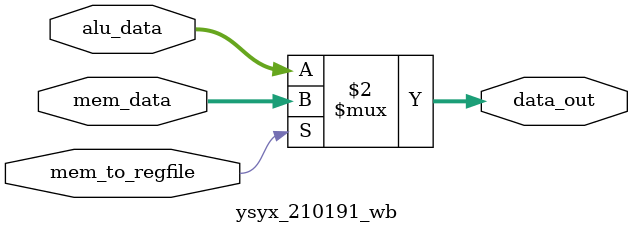
<source format=v>
module ysyx_210191(
    input clock,
    input reset,
    input io_interrupt,

    //Master
    input                    io_master_awready,
    output                   io_master_awvalid,
    output [31:0]            io_master_awaddr,
    output [3:0]             io_master_awid,
    output [7:0]             io_master_awlen,
    output [2:0]             io_master_awsize,
    output [1:0]             io_master_awburst,
    input                    io_master_wready,
    output                   io_master_wvalid,
    output [63:0]            io_master_wdata,
    output [7:0]             io_master_wstrb,
    output                   io_master_wlast,
    output                   io_master_bready,
    input                    io_master_bvalid,
    input  [1:0]             io_master_bresp,
    input  [3:0]             io_master_bid,
    input                    io_master_arready,
    output                   io_master_arvalid,
    output [31:0]            io_master_araddr,
    output [3:0]             io_master_arid,
    output [7:0]             io_master_arlen,
    output [2:0]             io_master_arsize,
    output [1:0]             io_master_arburst,
    output                   io_master_rready,
    input                    io_master_rvalid,
    input  [1:0]             io_master_rresp,
    input  [63:0]            io_master_rdata,
    input                    io_master_rlast,
    input  [3:0]             io_master_rid,

    //Slave
    output                   io_slave_awready,
    input                    io_slave_awvalid,
    input  [31:0]            io_slave_awaddr,
    input  [3:0]             io_slave_awid,
    input  [7:0]             io_slave_awlen,
    input  [2:0]             io_slave_awsize,
    input  [1:0]             io_slave_awburst,
    output                   io_slave_wready,
    input                    io_slave_wvalid,
    input  [63:0]            io_slave_wdata,
    input  [7:0]             io_slave_wstrb,
    input                    io_slave_wlast,
    input                    io_slave_bready,
    output                   io_slave_bvalid,
    output [1:0]             io_slave_bresp,
    output [3:0]             io_slave_bid,
    output                   io_slave_arready,
    input                    io_slave_arvalid,
    input  [31:0]            io_slave_araddr,
    input  [3:0]             io_slave_arid,
    input  [7:0]             io_slave_arlen,
    input  [2:0]             io_slave_arsize,
    input  [1:0]             io_slave_arburst,
    input                    io_slave_rready,
    output                   io_slave_rvalid,
    output [1:0]             io_slave_rresp,
    output [63:0]            io_slave_rdata,
    output                   io_slave_rlast,
    output [3:0]             io_slave_rid  
);

    wire flush;
    wire data_r_valid;
    wire data_w_valid;
    wire [63:0] data_r_data;
    wire [31:0] inst_r_data;
    wire inst_r_valid;
    wire inst_r_ena;
    wire [31:0] inst_addr;
    wire [31:0] data_w_addr;
    wire [63:0] data_w_data;
    wire data_w_ena;
    wire data_r_ena;
    wire [31:0] data_r_addr;
    wire [7:0] mem_mask;
    wire [2:0] arsize;
    wire [2:0] awsize;

  ysyx_210191_mycpu CPU(
      .clock(clock), 
      .reset(reset), 
      .data_r_valid(data_r_valid), 
      .data_w_valid(data_w_valid), 
      .data_r_data(data_r_data), 
      .inst_r_data(inst_r_data), 
      .inst_r_valid(inst_r_valid),
      .inst_r_ena(inst_r_ena), 
      .inst_addr(inst_addr), 
      .data_w_addr(data_w_addr), 
      .data_w_data(data_w_data), 
      .data_w_ena(data_w_ena), 
      .data_r_ena(data_r_ena), 
      .data_r_addr(data_r_addr), 
      .mem_mask(mem_mask),
      .flush(flush),
      .arsize(arsize),
      .awsize(awsize),
      .ext_int(io_interrupt));

    ysyx_210191_axi4_crtl AXI(
      .ACLK(clock), 
      .ARESETn(reset),
      .flush(flush), 
      .inst_r_ena(inst_r_ena), 
      .inst_addr(inst_addr), 
      .inst_r(inst_r_data),
      .data_r_ena(data_r_ena), 
      .data_w_ena(data_w_ena), 
      .data_w(data_w_data), 
      .data_addr(data_r_addr), 
      .data_w_addr(data_w_addr),
      .data_w_mask(mem_mask),
      .data_r(data_r_data), 
      .ARID(io_master_arid),
      .ARADDR(io_master_araddr), 
      .ARLEN(io_master_arlen),
      .ARSIZE(io_master_arsize),
      .ARBURST(io_master_arburst),
      .ARVALID(io_master_arvalid), 
      .ARREADY(io_master_arready), 
      .RID(io_master_rid), 
      .RDATA(io_master_rdata), 
      .RVALID(io_master_rvalid), 
      .RREADY(io_master_rready), 
      .RLAST(io_master_rlast),
      .RRESP(io_master_rresp),
      .AWID(io_master_awid), 
      .AWADDR(io_master_awaddr), 
      .AWLEN(io_master_awlen),
      .AWSIZE(io_master_awsize),
      .AWBURST(io_master_awburst),
      .AWVALID(io_master_awvalid), 
      .AWREADY(io_master_awready), 
      .WDATA(io_master_wdata), 
      .WSTRB(io_master_wstrb), 
      .WVALID(io_master_wvalid), 
      .WREADY(io_master_wready),
      .WLAST(io_master_wlast), 
      .BID(io_master_bid), 
      .BVALID(io_master_bvalid), 
      .BREADY(io_master_bready),
      .BRESP(io_master_bresp),
      .data_r_valid(data_r_valid),
      .data_w_valid(data_w_valid),
      .inst_r_valid(inst_r_valid),
      .cpu_arsize(arsize),
      .cpu_awsize(awsize));

endmodule

module ysyx_210191_ALU(
    input [63:0] data1,
    input [63:0] data2,
    input [16:0] ALUControl,

    output reg [63:0] res
);

    wire [63:0] sum = data1 + data2;
    wire [63:0] sub = data1 - data2;
    wire [63:0] sll = data1 << data2[5:0];
    wire [31:0] sllw = data1[31:0] << data2[4:0];
    wire [63:0] srl = data1 >> data2[5:0];
    wire [31:0] srlw = data1[31:0] >> data2[4:0];
    wire [63:0] sra = $signed(data1) >>> data2[5:0];
    wire [31:0] sraw = $signed(data1[31:0]) >>> data2[4:0];
    wire is_less = data1[63] == 0 ? (data2[63] == 1 ? 0 : data1 < data2) : (data2[63] == 0 ? 1 : data1 < data2);

    always @(*) begin
        case(ALUControl)
            17'b10000000000000000: begin //add
                res = sum;
            end
            17'b01000000000000000 : begin //addw
                res = {{32{sum[31]}}, sum[31:0]};
            end
            17'b00100000000000000: begin //sub
                res = sub;
            end
            17'b00010000000000000: begin //subw
                res = {{32{sub[31]}}, sub[31:0]};
            end
            17'b00001000000000000: begin //lui
                res = {data2[51:0], 12'd0};
            end
            17'b00000100000000000: begin //auipc
                res = sum;
            end
            17'b00000010000000000: begin //xor
                res = data1 ^ data2;
            end
            17'b00000001000000000: begin //or
                res = data1 | data2;
            end
            17'b00000000100000000: begin //and
                res = data1 & data2;
            end
            17'b00000000010000000: begin //slt
                res = (data1 < data2) ? 64'd1 : 64'd0;
            end
            17'b00000000001000000: begin //sll
                res = sll;
            end
            17'b00000000000100000: begin //sllw
                res = {{32{sllw[31]}}, sllw[31:0]};
            end
            17'b00000000000010000: begin //srl
                res = srl;
            end
            17'b00000000000001000: begin //srlw
                res = {{32{srlw[31]}}, srlw[31:0]};
            end
            17'b00000000000000100: begin //sra
                res = sra;
            end
            17'b00000000000000010: begin //sra
                res = {{32{sraw[31]}}, sraw[31:0]};
            end
            17'b00000000000000001: begin //sra
                res = is_less ? 64'd1 : 64'd0;
            end
            default : begin
                res = 64'd0;
            end
        endcase
    end

endmodule
`define YSYX210191_AXI_BURST_TYPE_FIXED                                2'b00
`define YSYX210191_AXI_BURST_TYPE_INCR                                 2'b01
`define YSYX210191_AXI_BURST_TYPE_WRAP                                 2'b10
// Access permissions
`define YSYX210191_AXI_PROT_UNPRIVILEGED_ACCESS                        3'b000
`define YSYX210191_AXI_PROT_PRIVILEGED_ACCESS                          3'b001
`define YSYX210191_AXI_PROT_SECURE_ACCESS                              3'b000
`define YSYX210191_AXI_PROT_NON_SECURE_ACCESS                          3'b010
`define YSYX210191_AXI_PROT_DATA_ACCESS                                3'b000
`define YSYX210191_AXI_PROT_INSTRUCTION_ACCESS                         3'b100
// Memory types (AR)
`define YSYX210191_AXI_ARCACHE_DEVICE_NON_BUFFERABLE                   4'b0000
`define YSYX210191_AXI_ARCACHE_DEVICE_BUFFERABLE                       4'b0001
`define YSYX210191_AXI_ARCACHE_NORMAL_NON_CACHEABLE_NON_BUFFERABLE     4'b0010
`define YSYX210191_AXI_ARCACHE_NORMAL_NON_CACHEABLE_BUFFERABLE         4'b0011
`define YSYX210191_AXI_ARCACHE_WRITE_THROUGH_NO_ALLOCATE               4'b1010
`define YSYX210191_AXI_ARCACHE_WRITE_THROUGH_READ_ALLOCATE             4'b1110
`define YSYX210191_AXI_ARCACHE_WRITE_THROUGH_WRITE_ALLOCATE            4'b1010
`define YSYX210191_AXI_ARCACHE_WRITE_THROUGH_READ_AND_WRITE_ALLOCATE   4'b1110
`define YSYX210191_AXI_ARCACHE_WRITE_BACK_NO_ALLOCATE                  4'b1011
`define YSYX210191_AXI_ARCACHE_WRITE_BACK_READ_ALLOCATE                4'b1111
`define YSYX210191_AXI_ARCACHE_WRITE_BACK_WRITE_ALLOCATE               4'b1011
`define YSYX210191_AXI_ARCACHE_WRITE_BACK_READ_AND_WRITE_ALLOCATE      4'b1111
// Memory types (AW)
`define YSYX210191_AXI_AWCACHE_DEVICE_NON_BUFFERABLE                   4'b0000
`define YSYX210191_AXI_AWCACHE_DEVICE_BUFFERABLE                       4'b0001
`define YSYX210191_AXI_AWCACHE_NORMAL_NON_CACHEABLE_NON_BUFFERABLE     4'b0010
`define YSYX210191_AXI_AWCACHE_NORMAL_NON_CACHEABLE_BUFFERABLE         4'b0011
`define YSYX210191_AXI_AWCACHE_WRITE_THROUGH_NO_ALLOCATE               4'b0110
`define YSYX210191_AXI_AWCACHE_WRITE_THROUGH_READ_ALLOCATE             4'b0110
`define YSYX210191_AXI_AWCACHE_WRITE_THROUGH_WRITE_ALLOCATE            4'b1110
`define YSYX210191_AXI_AWCACHE_WRITE_THROUGH_READ_AND_WRITE_ALLOCATE   4'b1110
`define YSYX210191_AXI_AWCACHE_WRITE_BACK_NO_ALLOCATE                  4'b0111
`define YSYX210191_AXI_AWCACHE_WRITE_BACK_READ_ALLOCATE                4'b0111
`define YSYX210191_AXI_AWCACHE_WRITE_BACK_WRITE_ALLOCATE               4'b1111
`define YSYX210191_AXI_AWCACHE_WRITE_BACK_READ_AND_WRITE_ALLOCATE      4'b1111

`define YSYX210191_AXI_SIZE_BYTES_1                                    3'b000
`define YSYX210191_AXI_SIZE_BYTES_2                                    3'b001
`define YSYX210191_AXI_SIZE_BYTES_4                                    3'b010
`define YSYX210191_AXI_SIZE_BYTES_8                                    3'b011
`define YSYX210191_AXI_SIZE_BYTES_16                                   3'b100
`define YSYX210191_AXI_SIZE_BYTES_32                                   3'b101
`define YSYX210191_AXI_SIZE_BYTES_64                                   3'b110
`define YSYX210191_AXI_SIZE_BYTES_128                                  3'b111

module ysyx_210191_axi4_crtl # (
    parameter RW_DATA_WIDTH = 64,
    parameter RW_ADDR_WIDTH = 32,
    parameter AXI_DATA_WIDTH = 64,
    parameter AXI_ADDR_WIDTH = 32,
    parameter IDEL               = 3'b000,	//空闲
	parameter INST_SEND_RADDR    = 3'b001,	//指令cache发读地址
	parameter INST_RECEIVE_RDATA = 3'b010,	//指令cache接收读数据
	parameter DATA_SEND_RADDR    = 3'b011,	//数据cache发读地址
	parameter DATA_RECEIVE_RDATA = 3'b100,	//数据cache接收读数据
	parameter DATA_SEND_WADDR    = 3'b001,	//数据cache发写地址
	parameter DATA_SEND_WDATA    = 3'b010,	//数据cache发写数据
	parameter DATA_RECEIVE_B     = 3'b011	//数据cache写响应
)(
    input ACLK,
    input ARESETn,
    input flush,

    input inst_r_ena,
    input [RW_ADDR_WIDTH - 1:0] inst_addr,
    output reg [31:0] inst_r,
    input data_r_ena,
    input data_w_ena,
    input [RW_ADDR_WIDTH - 1:0] data_addr,
    input [63:0] data_w,
    input [RW_ADDR_WIDTH - 1:0] data_w_addr,
    input [7:0] data_w_mask,
    output reg [63:0] data_r,

    output [3:0] ARID,
    output [RW_ADDR_WIDTH - 1:0] ARADDR,
    output [7:0] ARLEN,
    output [2:0] ARSIZE,
    output [1:0] ARBURST,
    output ARVALID,
    input ARREADY,

    input [3:0] RID,
    input [63:0] RDATA,
    input RVALID,
    output RREADY,
    input RLAST,
    input [1:0] RRESP,

    output [3:0] AWID,
    output [RW_ADDR_WIDTH - 1:0] AWADDR,
    output [7:0] AWLEN,
    output [2:0] AWSIZE,
    output [1:0] AWBURST,
    output AWVALID,
    input AWREADY,

    output [63:0] WDATA,
    output [7:0] WSTRB,
    output WVALID,
    input WREADY,
    output WLAST,

    input [3:0] BID,
    input BVALID,
    output BREADY,
    input [1:0] BRESP,

    output reg data_r_valid,
    output reg data_w_valid,
    output reg inst_r_valid,

    input [2:0] cpu_arsize,
    input [2:0] cpu_awsize
);

    wire ar_hs = ARREADY & ARVALID;
    wire r_hs = RREADY & RVALID;
    wire aw_hs = AWREADY & AWVALID;
    wire w_hs = WREADY & WVALID;
    wire b_hs = BREADY & BVALID;
    wire r_done = r_hs & RLAST;
    wire w_done = w_hs & WLAST;
	
	reg [2:0] axi_read_state;
    reg [2:0] axi_write_state;

    always @(posedge ACLK) begin
        if(ARESETn) begin
            axi_read_state <= 3'b000;
            data_r <= 64'd0;
            data_r_valid <= 1'b0;
            inst_r_valid <= 1'b0;
            inst_r <= 32'd0;
        end else begin
            case(axi_read_state)
                IDEL: begin
                    if(flush) begin
                        axi_read_state <= IDEL;
                        inst_r_valid <= 1'b0;
                        data_r_valid <= 1'b0;
                    end else if(inst_r_ena) begin
                        axi_read_state <= INST_SEND_RADDR;
                        inst_r_valid <= 1'b0;
                        data_r_valid <= 1'b0;
                    end else if(data_r_ena) begin
                        axi_read_state <= DATA_SEND_RADDR;
                        inst_r_valid <= 1'b0;
                        data_r_valid <= 1'b0;
                    end
                end
                INST_SEND_RADDR : begin
                    if(ar_hs) begin
                        axi_read_state <= INST_RECEIVE_RDATA;
                    end
                end
                INST_RECEIVE_RDATA : begin
                    if(r_done) begin
                        axi_read_state <= IDEL;
                        inst_r <= inst_addr[2] ? RDATA[63:32] : RDATA[31:0];
                        inst_r_valid <= 1'b1;
                    end
                end
                DATA_SEND_RADDR : begin
                    if(ar_hs) begin
                        axi_read_state <= DATA_RECEIVE_RDATA;
                    end
                end
                DATA_RECEIVE_RDATA : begin
                    if(r_done) begin
                        axi_read_state <= IDEL;
                        data_r <= RDATA;
                        data_r_valid <= 1'b1;
                    end
                end
                default : begin
                    axi_read_state <= 3'b000;
                    data_r <= 64'd0;
                    data_r_valid <= 1'b0;
                    inst_r_valid <= 1'b0;
                    inst_r <= 32'd0;
                end
            endcase
        end
    end

    always @(posedge ACLK) begin
        if(ARESETn) begin
            axi_write_state <= 3'b000;
            data_w_valid <= 1'b0;
        end else begin
            case(axi_write_state)
                IDEL: begin
                    data_w_valid <= 1'b0;
                    if(flush) begin
                        axi_write_state <= IDEL;
                    end else if(data_w_ena) begin
                        axi_write_state <= DATA_SEND_WADDR;
                    end
                end
                DATA_SEND_WADDR : begin
                    data_w_valid <= 1'b0;
                    if(aw_hs) begin
                        axi_write_state <= DATA_SEND_WDATA;
                    end
                end
                DATA_SEND_WDATA : begin
                    data_w_valid <= 1'b0;
                    if(w_done) begin
                        axi_write_state <= DATA_RECEIVE_B;
                    end
                end
                DATA_RECEIVE_B : begin
                    if(b_hs) begin
                        axi_write_state <= IDEL;
                        data_w_valid <= 1'b1;
                    end
                end
                default : begin
                    axi_write_state <= 3'b000;
                    data_w_valid <= 1'b0;
                end
            endcase    
        end
    end
    
    ///////////////////////////////////////////////////

    assign ARID = 4'b0000;
    assign ARADDR = (axi_read_state == INST_SEND_RADDR || axi_read_state == INST_RECEIVE_RDATA) ? (inst_addr <= 32'h7777ffff ? inst_addr : {inst_addr[31:2], {2{1'b0}}}) : ((axi_read_state == DATA_SEND_RADDR || axi_read_state == DATA_RECEIVE_RDATA) ? (data_addr <= 32'h7777ffff ? data_addr : {data_addr[31:2], {2{1'b0}}}) : 32'd0);
    assign ARVALID = (axi_read_state == INST_SEND_RADDR || axi_read_state == DATA_SEND_RADDR) ? 1'b1 : 1'b0;
    assign ARLEN = 8'd0;
    assign ARSIZE = (axi_read_state == INST_SEND_RADDR || axi_read_state == INST_RECEIVE_RDATA) ? `YSYX210191_AXI_SIZE_BYTES_4 : cpu_arsize;
    assign ARBURST = `YSYX210191_AXI_BURST_TYPE_INCR;

    assign RREADY = (axi_read_state == INST_RECEIVE_RDATA || axi_read_state == DATA_RECEIVE_RDATA) ? 1'b1 : 1'b0;

    assign AWID = 4'b0000;
    assign AWADDR = (axi_write_state == DATA_SEND_WADDR || axi_write_state == DATA_SEND_WDATA) ? (data_w_addr <= 32'h7777ffff ? data_w_addr : {data_w_addr[31:3], {3{1'b0}}}) : 32'd0;
    assign AWLEN = 8'd0;
    assign AWSIZE = cpu_awsize;
    assign AWBURST = `YSYX210191_AXI_BURST_TYPE_INCR;
    assign AWVALID = (axi_write_state == DATA_SEND_WADDR) ? 1'b1 : 1'b0;

    assign WDATA = (axi_write_state == DATA_SEND_WDATA) ? data_w : 64'd0;
    assign WSTRB = (axi_write_state == DATA_SEND_WDATA) ? data_w_mask : 8'b00000000;
    assign WVALID = (axi_write_state == DATA_SEND_WDATA) ? 1'b1 : 1'b0;
    assign WLAST = 1'b1;

    assign BREADY = (axi_write_state == DATA_RECEIVE_B) ? 1'b1 : 1'b0;
endmodule

module ysyx_210191_CLINT(
    input clk,
    input reset,
    input [63:0] wdata,
    input mtimecmp_ena,
    input mtime_ena,

    output mtime_int,
    output [63:0] mtime_data,
    output [63:0] mtimecmp_data
);

    reg [63:0] mtime;
    reg [63:0] mtimecmp;

    always @(posedge clk) begin
        if(reset) begin
            mtime <= 64'd0;
        end else begin
            if(mtime_ena) begin
                mtime <= wdata;
            end else begin
                mtime <= mtime + 64'd1;
            end
        end
    end

    always @(posedge clk) begin
        if(reset) begin
            mtimecmp <= 64'd0;
        end else if(mtimecmp_ena) begin
            mtimecmp <= wdata;
        end
    end

    assign mtime_int = mtime >= mtimecmp;
    assign mtime_data = mtime;
    assign mtimecmp_data = mtimecmp;

endmodule

module ysyx_210191_csr(
    input clk,
    input reset,
    input [63:0] csr_wdata,
    input [11:0] i_r_csr,
    input [11:0] i_w_csr,
    input write_ena,
    input except_ena,
    input ext_int,
    input [63:0] i_addr,
    input [63:0] i_addr2,
    input [63:0] i_excode,
    input ret,
    input mtime_int,
    output reg [63:0] o_csr_data,
    output [63:0] mtvec_pc,
    output [63:0] epc,
    output time_int,
    output ecall
);

    reg [63:0] mimpid;
    reg [63:0] mhartid;
    reg [63:0] mstatus;
    reg [63:0] mtvec;
    reg [63:0] mepc;
    reg [63:0] mcause;
    reg [63:0] mie;
    reg [63:0] mip;
    reg [63:0] mscratch;
    reg [63:0] mcycle;

    assign time_int = mtime_int && mstatus[3] && mie[7];
    assign ecall = mstatus[3] && except_ena;

    always @(posedge clk) begin
        if(reset) begin
            mimpid <= 64'h000096485b50822a;
        end
    end

    always @(posedge clk) begin
        if(reset) begin
            mhartid <= 64'd0;
        end
    end

    always @(posedge clk) begin
        if(reset) begin
            mstatus <= {51'd0, 2'b11, 3'b000, 1'b0, 3'b000, 1'b1, 3'b000};
        end else if((except_ena || mtime_int && mie[7] == 1'b1) && mstatus[3] == 1'b1) begin
            mstatus <= {mstatus[63:13], 2'b11, 3'b000, mstatus[3], 3'b000, 1'b0, 3'b000};
        end else if(write_ena && i_w_csr == 12'h300) begin
            mstatus <= {csr_wdata[14:13] == 2'b11 || csr_wdata[16:15] == 2'b11, csr_wdata[62:0]};
        end else if(ret) begin
            mstatus <= {mstatus[63:13], 2'b00, 3'b000, 1'b1, 3'b000, mstatus[7], 3'b000};
        end
    end

    always @(posedge clk) begin
        if(reset) begin
            mtvec <= 64'd0;
        end else if(write_ena && i_w_csr == 12'h305) begin
            mtvec <= csr_wdata;
        end
    end

    always @(posedge clk) begin
        if(reset) begin
            mepc <= 64'd0;
        end else if(mtime_int && mstatus[3] == 1'b1 && mie[7] == 1'b1) begin
            mepc <= {i_addr2[63:2], 2'b00};
        end else if(except_ena) begin
            mepc <= {i_addr[63:2], 2'b00};
        end else if(write_ena && i_w_csr == 12'h341) begin
            mepc <= csr_wdata;
        end
    end

    always @(posedge clk) begin
        if(reset) begin
            mcause <= 64'd0;
        end else if(ext_int) begin
            mcause <= {1'b1, 63'd11};
        end else if(mtime_int && mstatus[3] == 1'b1 && mie[7] == 1'b1) begin
            mcause <= {1'b1, 63'd7};
        end else if(except_ena) begin
            mcause <= i_excode;
        end else if(write_ena && i_w_csr == 12'h342) begin
            mcause <= csr_wdata;
        end
    end

    always @(posedge clk) begin
        if(reset) begin
            mie <= {52'd0, 1'b0, 3'b000, 1'b0, 3'b000, 1'b0, 3'b000};
        end else if(write_ena && i_w_csr == 12'h304) begin
            mie <= csr_wdata;
        end
    end

    always @(posedge clk) begin
        if(reset) begin
            mip <= {52'd0, 1'b0, 3'b000, 1'b0, 3'b000, 1'b0, 3'b000};
        end else if(write_ena && i_w_csr == 12'h344) begin
            mip <= csr_wdata;
        end else begin
            if(ext_int) begin
                mip[11] <= 1'b1;
            end else begin
                mip[11] <= 1'b0;
            end
        end
    end

    always @(posedge clk) begin
        if(reset) begin
            mscratch <= 64'd0;
        end else if(write_ena && i_w_csr == 12'h340) begin
            mscratch <= csr_wdata;
        end
    end


    always @(posedge clk) begin
        if(reset) begin
            mcycle <= 64'd0;
        end else if(write_ena && i_w_csr == 12'hb00) begin
            mcycle <= csr_wdata;
        end
        mcycle <= mcycle + 64'd1;
    end

    assign mtvec_pc = mtvec[1:0] == 2'b00 ? {mtvec[63:2], 2'b00} : (mcause[63] == 0 ? {mtvec[63:2], 2'b00} + mcause[62:0] >> 2 : (mcause[63] == 1 ? {mtvec[63:2], 2'b00} : 64'd0));
    assign epc = mepc;
    
    always @(*) begin
        case(i_r_csr)
            12'hf13 : begin
                o_csr_data = mimpid;
            end
            12'h300 : begin
                o_csr_data = mstatus;
            end
            12'h304 : begin
                o_csr_data = mie;
            end
            12'h305 : begin
                o_csr_data = mtvec;
            end
            12'h340 : begin
                o_csr_data = mscratch;
            end
            12'h341 : begin
                o_csr_data = mepc;
            end
            12'h342 : begin
                o_csr_data = mcause;
            end
            12'h344 : begin
                o_csr_data = mip;
            end
            12'hf14 : begin
                o_csr_data = mhartid;
            end
            12'hb00 : begin
                o_csr_data = mcycle;
            end
            default : begin
                o_csr_data = 64'd0;
            end
        endcase
    end

endmodule

module ysyx_210191_ctrl(
    input clk,
    input reset,
    input [63:0] mtvec_pc,
    input [63:0] epc,
    input ret,
    input stall_from_if,
    input stall_from_mem,
    input inst_r_valid,
    input time_int,
    input ecall,
    input stall_from_id,
    
    output reg [63:0] new_pc,
    output reg flush,
    output reg [5:0] stall,
    output reg keep
);

    always @(posedge clk) begin
        if(reset) begin
            keep <= 1'b0;
        end else begin
            if(ret || time_int || ecall) begin
                keep <= 1'b1;
            end
            if(keep == 1'b1 && inst_r_valid == 1'b1) begin
                keep <= 1'b0;
            end
        end
    end

    always @(*) begin
        if(reset) begin
            stall = 6'b000000;
            flush = 1'b0;
            new_pc = 64'd0;
        end else if(ecall || time_int) begin
            new_pc = mtvec_pc;
            stall = 6'b000000;
            flush = 1'b1;
        end else if(ret) begin
            new_pc = epc;
            flush = 1'b1;
            stall = 6'b000000;
        end else if(stall_from_mem) begin
            flush = 1'b0;
            stall = 6'b011111;
            new_pc = epc;
        end else if(stall_from_id) begin
            flush = 1'b0;
            stall = 6'b000111;
            new_pc = epc;
        end else if(stall_from_if) begin
            flush = 1'b0;
            stall = 6'b000111;
            new_pc = epc;
        end else begin
            stall = 6'b000000;
            flush = 1'b0;
            new_pc = epc;
        end
    end
    
endmodule

module ysyx_210191_decode(
    input clk,
    input reset,

    input [31:0] inst,
    input [63:0] inst_addr,

    input [63:0] rdata1,
    input [63:0] rdata2,

    input [4:0] exe_out_addr,
    input [63:0] exe_out,
    input [4:0] mem_out_addr,
    input [63:0] mem_out_1,
    input [63:0] mem_out_2,
    input exe_write_to_regfile,
    input mem_write_to_regfile,
    input exe_mem_to_regfile,
    input mem_mem_to_regfile,

    output write_to_regfile,
    output [4:0] reg_addr,
    output [16:0] ALUControl,
    output [63:0] b_j_pc,
    output pcsource,
    output [63:0] sext_imm,
    output aluimm,
    output [63:0] data1,
    output [63:0] data2,
    output is_jump,
    output [3:0] mem_control,
    output mem_to_regfile,
    output [11:0] csr,
    output [63:0] csr_wdata,
    output [2:0] csr_control,
    output [63:0] o_excode,
    output o_except_ena,
    output flush_if_id,
    output ret,
    output shift,
    output [63:0] shamt_ext,
    output stall
);
////////////////////////////////////////////////////////U指令
    wire inst_lui;
    wire inst_auipc;
////////////////////////////////////////////////////////
    wire inst_jal;
    wire inst_jalr;
////////////////////////////////////////////////////////B指令
    wire inst_beq;
    wire inst_bne;
    wire inst_blt;
    wire inst_bge;
    wire inst_bltu;
    wire inst_bgeu;
////////////////////////////////////////////////////////I指令
    wire inst_lb;
    wire inst_lh;
    wire inst_lw;
    wire inst_lbu;
    wire inst_lhu;
    wire inst_lwu;
    wire inst_ld;

    wire inst_addi;
    wire inst_addiw;
    wire inst_slti;
    wire inst_sltiu;
    wire inst_xori;
    wire inst_ori;
    wire inst_andi;
    wire inst_slli;
    wire inst_srli;
    wire inst_srai;

    wire inst_fence;
    wire inst_fence_i;
    wire inst_ecall;
    wire inst_ebreak;
    wire inst_csrrw;
    wire inst_csrrs;
    wire inst_csrrc;
    wire inst_csrrwi;
    wire inst_csrrsi;
    wire inst_csrrci;

    wire inst_sret;
    wire inst_mret;
    wire inst_wfi;
    wire inst_sfence_vma;
////////////////////////////////////////////////////////S指令
    wire inst_sb;
    wire inst_sh;
    wire inst_sw;
    wire inst_sd;
////////////////////////////////////////////////////////R指令
    wire inst_add;
    wire inst_addw;
    wire inst_sub;
    wire inst_subw;
    wire inst_sll;
    wire inst_slt;
    wire inst_sltu;
    wire inst_sllw;
    wire inst_slliw;
    wire inst_xor;
    wire inst_srl;
    wire inst_srlw;
    wire inst_srliw;
    wire inst_sra;
    wire inst_sraw;
    wire inst_sraiw;
    wire inst_or;
    wire inst_and;
////////////////////////////////////////////////////////
    wire shift_op;
    wire arithmetic_op;
    wire logic_op;
    wire compare_op;
    wire branch_op;
    wire synch_op;
    wire jumplink_op;
    wire environment_op;
    wire CSR_op;
    wire load_op;
    wire store_op;
////////////////////////////////////////////////////////
    wire [6:0] op;
    wire [4:0] rd;
    wire [4:0] rs1;
    wire [4:0] rs2;
    wire [2:0] func_3;
    wire [6:0] func_7;
    wire [5:0] func_6;
    wire [11:0] imm_11_0;
    wire [11:0] imm_11_5_4_0;

    assign op = inst[6:0];
    assign rd = inst[11:7];
    assign rs1 = inst[19:15];
    assign rs2 = inst[24:20];
    assign func_3 = inst[14:12];
    assign func_7 = inst[31:25];
    assign func_6 = inst[31:26];
    assign imm_11_0 = inst[31:20];
    assign imm_11_5_4_0 = {inst[31:25], inst[11:7]};
    assign csr = inst[31:20];
////////////////////////////////////////////////////////
    wire inst_decode;

    assign inst_decode = 
     inst_lui   | inst_auipc   |
     inst_jal   | inst_jalr    |
     inst_beq   | inst_bne     | inst_blt   | inst_bge    | inst_bltu  |  inst_bgeu |
     inst_lb    | inst_lh      | inst_lw    | inst_lbu    | inst_lhu   |  inst_lwu  | inst_ld    |
     inst_sb    | inst_sh      | inst_sw    | inst_sd     |
     inst_addi  | inst_slti    | inst_sltiu | inst_xori   | inst_ori   | inst_andi  | inst_slli  | inst_srli   | inst_srai    | inst_addiw  |
     inst_add   | inst_sub     | inst_sll   | inst_slt    | inst_sltu  | inst_xor   | inst_srl   | inst_sra    | inst_or      | inst_and    | inst_sllw | inst_slliw | inst_srlw | inst_srliw | inst_sraw | inst_sraiw | inst_addw | inst_subw |
     inst_fence | inst_fence_i | inst_ecall | inst_ebreak | inst_csrrw | inst_csrrs | inst_csrrc | inst_csrrwi | inst_csrrsi  | inst_csrrci |
     inst_sret  | inst_mret    | inst_wfi   | inst_sfence_vma;

    assign inst_lui = op == 7'b0110111;
    assign inst_auipc = op == 7'b0010111;

    assign inst_jal = op == 7'b1101111;
    assign inst_jalr = op == 7'b1100111;

    assign inst_beq = op == 7'b1100011 && func_3 == 3'b000;
    assign inst_bne = op == 7'b1100011 && func_3 == 3'b001;
    assign inst_blt = op == 7'b1100011 && func_3 == 3'b100;
    assign inst_bge = op == 7'b1100011 && func_3 == 3'b101;
    assign inst_bltu = op == 7'b1100011 && func_3 == 3'b110;
    assign inst_bgeu = op == 7'b1100011 && func_3 == 3'b111;

    assign inst_lb = op == 7'b0000011 && func_3 == 3'b000;
    assign inst_lh = op == 7'b0000011 && func_3 == 3'b001;
    assign inst_lw = op == 7'b0000011 && func_3 == 3'b010;
    assign inst_lbu = op == 7'b0000011 && func_3 == 3'b100;
    assign inst_lhu = op == 7'b0000011 && func_3 == 3'b101;
    assign inst_lwu = op == 7'b0000011 && func_3 == 3'b110;
    assign inst_ld = op == 7'b0000011 && func_3 == 3'b011;

    assign inst_sb = op == 7'b0100011 && func_3 == 3'b000;
    assign inst_sh = op == 7'b0100011 && func_3 == 3'b001;
    assign inst_sw = op == 7'b0100011 && func_3 == 3'b010;
    assign inst_sd = op == 7'b0100011 && func_3 == 3'b011;

    assign inst_addi = op == 7'b0010011 && func_3 == 3'b000;
    assign inst_addiw = op == 7'b0011011 && func_3 == 3'b000;
    assign inst_slti = op == 7'b0010011 && func_3 == 3'b010;
    assign inst_sltiu = op == 7'b0010011 && func_3 == 3'b011;
    assign inst_xori = op == 7'b0010011 && func_3 == 3'b100;
    assign inst_ori = op == 7'b0010011 && func_3 == 3'b110;
    assign inst_andi = op == 7'b0010011 && func_3 == 3'b111;
    assign inst_slli = op == 7'b0010011 && func_3 == 3'b001 && func_6 == 6'b000000;
    assign inst_slliw = op == 7'b0011011 && func_3 == 3'b001 && func_6 == 6'b000000;
    assign inst_srli = op == 7'b0010011 && func_3 == 3'b101 && func_6 == 6'b000000;
    assign inst_srliw = op == 7'b0011011 && func_3 == 3'b101 && func_6 == 6'b000000;
    assign inst_srai = op == 7'b0010011 && func_3 == 3'b101 && func_6 == 6'b010000;
    assign inst_sraiw = op == 7'b0011011 && func_3 == 3'b101 && func_6 == 6'b010000;
    
    assign inst_add = op == 7'b0110011 && func_3 == 3'b000 && func_7 == 7'b0000000;
    assign inst_addw = op == 7'b0111011 && func_3 == 3'b000 && func_7 == 7'b0000000;
    assign inst_sub = op == 7'b0110011 && func_3 == 3'b000 && func_7 == 7'b0100000;
    assign inst_subw = op == 7'b0111011 && func_3 == 3'b000 && func_7 == 7'b0100000;
    assign inst_sll = op == 7'b0110011 && func_3 == 3'b001 && func_7 == 7'b0000000;
    assign inst_sllw = op == 7'b0111011 && func_3 == 3'b001 && func_7 == 7'b0000000;
    assign inst_slt = op == 7'b0110011 && func_3 == 3'b010 && func_7 == 7'b0000000;
    assign inst_sltu = op == 7'b0110011 && func_3 == 3'b011 && func_7 == 7'b0000000;
    assign inst_xor = op == 7'b0110011 && func_3 == 3'b100 && func_7 == 7'b0000000;
    assign inst_srl = op == 7'b0110011 && func_3 == 3'b101 && func_7 == 7'b0000000;
    assign inst_srlw = op == 7'b0111011 && func_3 == 3'b101 && func_7 == 7'b0000000;
    assign inst_sra = op == 7'b0110011 && func_3 == 3'b101 && func_7 == 7'b0100000;
    assign inst_sraw = op == 7'b0111011 && func_3 == 3'b101 && func_7 == 7'b0100000;
    assign inst_or = op == 7'b0110011 && func_3 == 3'b110 && func_7 == 7'b0000000;
    assign inst_and = op == 7'b0110011 && func_3 == 3'b111 && func_7 == 7'b0000000;

    assign inst_fence = op == 7'b0001111 && func_3 == 3'b000;
    assign inst_fence_i = op == 7'b0001111 && func_3 == 3'b001;

    assign inst_ecall = op == 7'b1110011 && func_3 == 3'b000 && imm_11_0 == 12'b000000000000;
    assign inst_ebreak = op == 7'b1110011 && func_3 == 3'b000 && imm_11_0 == 12'b000000000001;

    assign inst_csrrw = op == 7'b1110011 && func_3 == 3'b001;
    assign inst_csrrs = op == 7'b1110011 && func_3 == 3'b010;
    assign inst_csrrc = op == 7'b1110011 && func_3 == 3'b011;
    assign inst_csrrwi = op == 7'b1110011 && func_3 == 3'b101;
    assign inst_csrrsi = op == 7'b1110011 && func_3 == 3'b110;
    assign inst_csrrci = op == 7'b1110011 && func_3 == 3'b111;

    assign inst_sret = op == 7'b1110011 && func_7 == 7'b0001000 && rs2 == 5'b00010;
    assign inst_mret = op == 7'b1110011 && func_7 == 7'b0011000 && rs2 == 5'b00010;
    assign inst_wfi = op == 7'b1110011 && func_7 == 7'b0001000 && rs2 == 5'b00101;
    assign inst_sfence_vma = op == 7'b1110011 && func_7 == 7'b0001001;

    assign shift_op       = inst_sll   | inst_slli  | inst_srl   | inst_srli   | inst_sra    | inst_srai | inst_sllw | inst_slliw | inst_srlw | inst_srliw | inst_sraw | inst_sraiw;
    assign arithmetic_op  = inst_add   | inst_addi  | inst_sub   | inst_lui    | inst_auipc  | inst_addw | inst_subw | inst_addiw;
    assign logic_op       = inst_xor   | inst_xori  | inst_or    | inst_ori    | inst_and    | inst_andi;
    assign compare_op     = inst_slt   | inst_slti  | inst_sltu  | inst_sltiu;
    assign branch_op      = inst_beq   | inst_bne   | inst_blt   | inst_bge    | inst_bltu   | inst_bgeu;
    assign jumplink_op    = inst_jal   | inst_jalr;
    assign synch_op       = inst_fence | inst_fence_i;
    assign environment_op = inst_ecall | inst_ebreak;
    assign CSR_op         = inst_csrrw | inst_csrrs | inst_csrrc | inst_csrrwi | inst_csrrsi | inst_csrrci;
    assign load_op        = inst_lb    | inst_lh    | inst_lbu   | inst_lhu    | inst_lw     | inst_lwu  | inst_ld;
    assign store_op       = inst_sb    | inst_sh    | inst_sw    | inst_sd;
////////////////////////////////////////////////////////
    assign write_to_regfile = inst_sll   | inst_slli   | inst_srl  | inst_srli  | inst_srai | inst_add   | inst_addi   | inst_sub   | inst_lui   |
                              inst_auipc | inst_xor    | inst_xori | inst_or    | inst_ori  | inst_and   | inst_andi   | inst_slt   | inst_slti  |
                              inst_sltu  | inst_sltiu  | inst_jalr | inst_lb    | inst_lh   | inst_lbu   | inst_lw     | inst_sllw  | inst_srlw  |
                              inst_slliw | inst_srliw  | inst_sraw | inst_sraiw | inst_addw | inst_addiw | inst_subw   | inst_lwu   | inst_ld    |
                              inst_csrrw | inst_csrrwi | inst_jal  | inst_lhu   | inst_sra  | inst_csrrc | inst_csrrci | inst_csrrs | inst_csrrsi;
    assign reg_addr = rd;
////////////////////////////////////////////////////////控制寄存器堆
    //wire [63:0] rdata1;
    //wire [63:0] rdata2;

    //regfile Regfile(.clk(clk), .reset(reset), .en(wb_write_to_regfile), .raddr1(inst[19:15]), .raddr2(inst[24:20]), .waddr(waddr), .wdata(wdata), .rdata1(rdata1), .rdata2(rdata2));


////////////////////////////////////////////////////////
    assign ALUControl = {
        inst_addi | inst_add  | inst_sb | inst_sh | inst_sw | inst_sd | inst_lb | inst_lh | inst_lbu | inst_lhu | inst_lw | inst_lwu | inst_ld,
        inst_addw | inst_addiw ,
        inst_sub,
        inst_subw,
        inst_lui,
        inst_auipc,
        inst_xor  | inst_xori,
        inst_or   | inst_ori,
        inst_and  | inst_andi,
        inst_sltu | inst_sltiu,
        inst_sll  | inst_slli,
        inst_sllw | inst_slliw,
        inst_srl  | inst_srli,
        inst_srlw | inst_srliw,
        inst_sra  | inst_srai,
        inst_sraw | inst_sraiw,
        inst_slt  | inst_slti
    };
////////////////////////////////////////////////////////
    wire is_branch = inst_beq  & (data1 == data2) |
                     inst_bne  & (data1 != data2) |
                     inst_blt  & (data1[63] == 0 ? (data2[63] == 1 ? 0 : data1 < data2) : (data2[63] == 0 ? 1 : data1 < data2)) |
                     inst_bge  & (data1[63] == 0 ? (data2[63] == 1 ? 1 : data1 >= data2) : (data2[63] == 0 ? 0 : data1 >= data2)) |
                     inst_bltu & (data1 <  data2) |
                     inst_bgeu & (data1 >= data2);
    assign is_jump = inst_jalr | inst_jal;

    wire [63:0] jump_pc;
    wire [63:0] branch_pc;
    wire [63:0] jalr_pc;
    
    assign jalr_pc = data1 + {{52{inst[31]}}, inst[31:20]};

    assign jump_pc = inst_jal ? inst_addr + {{(43){inst[31]}}, inst[31], inst[19:12], inst[20], inst[30:21], 1'b0} : {jalr_pc[63:1], 1'b0};
    assign branch_pc = inst_addr + {{(51){inst[31]}}, inst[31], inst[7], inst[30:25], inst[11:8], 1'b0};

    assign shift = inst_slli | inst_slliw | inst_srli | inst_srliw | inst_srai | inst_sraiw;
    assign shamt_ext = {58'd0, inst[25:20]};
    
    assign pcsource = is_jump | (is_branch & branch_op);
    assign b_j_pc = is_jump ? jump_pc : (is_branch & branch_op ? branch_pc : 64'd0);

    assign sext_imm = inst_auipc ? {{32{inst[31]}}, inst[31:12], 12'd0} : (inst_sb | inst_sh | inst_sw | inst_sd) ? {{52{imm_11_5_4_0[11]}}, imm_11_5_4_0[11:0]} : (inst_lui ? {{44{inst[31]}}, inst[31:12]} : {{53{imm_11_0[11]}}, imm_11_0[10:0]});
    assign aluimm = inst_lui | inst_auipc | inst_addi | inst_slti | inst_sltiu | inst_xori | inst_ori | inst_andi | inst_addiw | inst_lb | inst_lh | inst_lbu | inst_lhu | inst_lw | inst_lwu | inst_ld | inst_sb | inst_sh | inst_sw | inst_sd;

    assign mem_to_regfile = load_op;
    assign mem_control = inst_lb ? 4'b0001 : (inst_lh ? 4'b0010 : (inst_lbu ? 4'b0011 : (inst_lhu ? 4'b0100 : (inst_lw ? 4'b0101 : (inst_lwu ? 4'b0110 : (inst_ld ? 4'b0111 : (inst_sb ? 4'b1000 : (inst_sh ? 4'b1001 : (inst_sw ? 4'b1010 : (inst_sd ? 4'b1011 : 4'b0000))))))))));

    assign csr_wdata = (inst_csrrci | inst_csrrwi | inst_csrrsi) ? {59'd0, rs1} : rdata1;
    assign csr_control = {
        inst_csrrw | inst_csrrwi,
        inst_csrrs | inst_csrrsi,
        inst_csrrc | inst_csrrci
    };

    assign o_except_ena = inst_ecall;
    assign o_excode = inst_ecall ? {1'b0, 63'd11} : 64'd0;

    assign flush_if_id = is_branch | is_jump;
    assign ret = inst_mret;

    assign stall = (exe_mem_to_regfile && exe_out_addr == rs1 && write_to_regfile) || (exe_mem_to_regfile && exe_out_addr == rs2 && write_to_regfile) || (mem_mem_to_regfile && mem_out_addr == rs1 && write_to_regfile) || (mem_mem_to_regfile && mem_out_addr == rs2 && write_to_regfile) ||
                   ((inst_sb | inst_sh | inst_sw | inst_sd) && mem_out_addr == rs1 && mem_mem_to_regfile) || ((inst_sb | inst_sh | inst_sw | inst_sd) && mem_out_addr == rs2 && mem_mem_to_regfile) ? 1'b1 : 1'b0;

////////////////////////////////////////////////////////
    reg [1:0] fwda;
    reg [1:0] fwdb;

    always@(*) begin
        fwda = 2'b00;
        if(reset) begin
            fwda = 2'b00;
        end else begin
            if(exe_write_to_regfile && (exe_out_addr != 0) && (rs1 == exe_out_addr) && ~exe_mem_to_regfile) begin
            fwda = 2'b01;
        end else begin
            if(mem_write_to_regfile && (mem_out_addr != 0) && (mem_out_addr == rs1) && ~mem_mem_to_regfile) begin
                fwda = 2'b10;
            end else begin
                if(mem_write_to_regfile && (mem_out_addr != 0) && (mem_out_addr == rs1) && mem_mem_to_regfile) begin
                    fwda = 2'b11;
                end
            end
        end
        end
    end

    always@(*) begin
        fwdb = 2'b00;
        if(reset) begin
            fwdb = 2'b00;
        end else begin
            if(exe_write_to_regfile && (exe_out_addr != 0) && (rs2 == exe_out_addr) && ~exe_mem_to_regfile) begin
            fwdb = 2'b01;
        end else begin
            if(mem_write_to_regfile && (mem_out_addr != 0) && (mem_out_addr == rs2) && ~mem_mem_to_regfile) begin
                fwdb = 2'b10;
            end else begin
                if(mem_write_to_regfile && (mem_out_addr != 0) && (mem_out_addr == rs2) && mem_mem_to_regfile) begin
                    fwdb = 2'b11;
                end
            end
        end
        end
    end

    ysyx_210191_mux4x64 mux1(.control(fwda), .a0(rdata1), .a1(exe_out), .a2(mem_out_1), .a3(mem_out_2), .out(data1));
    ysyx_210191_mux4x64 mux2(.control(fwdb), .a0(rdata2), .a1(exe_out), .a2(mem_out_1), .a3(mem_out_2), .out(data2));
////////////////////////////////////////////////////////
endmodule
module ysyx_210191_exe(
    input [63:0] sext_imm,
    input aluimm,
    input [63:0] data1,
    input [63:0] data2,
    input is_jump,
    input [16:0] ALUControl,
    input [2:0] csr_control,
    input [63:0] csr_wdata,
    input [63:0] csr_data,
    input [63:0] i_pc,
    input shift,
    input [63:0] shamt_ext,

    output [63:0] data,
    output [63:0] csr_data_res,
    output write_ena

);

    wire [63:0] alu_data1;
    wire [63:0] alu_data2;
    wire [63:0] res;
    wire [63:0] csrrci;
    assign csrrci = csr_data & ~csr_wdata;

    assign alu_data1 = ALUControl == 17'b00000100000000000 ? i_pc : data1;
    assign alu_data2 =  aluimm ? sext_imm : (shift ? shamt_ext : data2);
    assign csr_data_res = csr_control == 3'b100 ? csr_wdata :
                        (csr_control == 3'b010 ? csr_data | csr_wdata :
                        (csr_control == 3'b001 ? {csr_data[63:5], csrrci[4:0]} : 64'd0));
    assign write_ena = csr_control[2] | csr_control[1] | csr_control[0];

    ysyx_210191_ALU alu(.data1(alu_data1), .data2(alu_data2), .ALUControl(ALUControl), .res(res));

    assign data = is_jump ? i_pc + 4 : ((csr_control[0] | csr_control[1] | csr_control[2]) ? csr_data : res);

endmodule
module ysyx_210191_exe_mem(
    input clk,
    input reset,
    input [5:0] stall,

    input i_write_to_regfile,
    input [4:0] i_reg_addr,
    input [63:0] i_data1,
    input [63:0] i_data2,
    input [3:0] i_mem_control,
    input i_mem_to_regfile,
    input [63:0] i_pc,
    input [63:0] i_excode,
    input i_except_ena,
    input flush,
    input i_ret,
    input i_csr_write_ena,
    input [63:0] i_csr_data_res,
    input [11:0] i_csr,
    input i_mtime_int,

    output reg o_write_to_regfile,
    output reg [4:0] o_reg_addr,
    output reg [63:0] o_data1,
    output reg [63:0] o_data2,
    output reg [3:0] o_mem_control,
    output reg o_mem_to_regfile,
    output reg [63:0] o_pc,
    output reg [63:0] o_excode,
    output reg o_except_ena,
    output reg o_ret,
    output reg o_csr_write_ena,
    output reg [63:0] o_csr_data_res,
    output reg [11:0] o_csr,
    output reg o_mtime_int
);

    always @(posedge clk) begin
        if(reset) begin
            o_write_to_regfile <= 1'b0;
            o_reg_addr <= 5'd0;
            o_data1 <= 64'd0;
            o_data2 <= 64'd0;
            o_mem_control <= 4'd0;
            o_mem_to_regfile <= 1'b0;
            o_excode <= 64'd0;
            o_except_ena <= 1'b0;
            o_ret <= 1'b0;
            o_csr_data_res <= 64'd0;
            o_csr_write_ena <= 1'b0;
            o_csr <= 12'd0;
            o_mtime_int <= 1'b0;
        end else if(flush) begin
            o_write_to_regfile <= 1'b0;
            o_reg_addr <= 5'd0;
            o_data1 <= 64'd0;
            o_data2 <= 64'd0;
            o_mem_control <= 4'd0;
            o_mem_to_regfile <= 1'b0;
            o_excode <= 64'd0;
            o_except_ena <= 1'b0;
            o_ret <= 1'b0;
            o_csr_data_res <= 64'd0;
            o_csr_write_ena <= 1'b0;
            o_csr <= 12'd0;
            o_mtime_int <= 1'b0;
        end else if(stall[3] == 1'b0 && stall[4] == 1'b0) begin
            o_write_to_regfile <= i_write_to_regfile;
            o_reg_addr <= i_reg_addr;
            o_data1 <= i_data1;
            o_data2 <= i_data2;
            o_mem_control <= i_mem_control;
            o_mem_to_regfile <= i_mem_to_regfile;
            o_excode <= i_excode;
            o_except_ena <= i_except_ena;
            o_ret <= i_ret;
            o_csr_data_res <= i_csr_data_res;
            o_csr_write_ena <= i_csr_write_ena;
            o_csr <= i_csr;
            o_mtime_int <= i_mtime_int;
        end
    end

    always @(posedge clk) begin
        if(reset) begin
            o_pc <= 64'h0000000030000000;
        end else if(stall[3] == 1'b1 && stall[4] == 1'b0) begin
            o_pc <= 64'h0000000030000000;
        end else if(stall[3] == 1'b0 && stall[4] == 1'b0) begin
            o_pc <= i_pc;
        end
    end

endmodule
module ysyx_210191_id_exe(
    input clk,
    input reset,
    input [5:0] stall,

    input i_write_to_regfile,
    input [4:0] i_reg_addr,
    input [16:0] i_ALUControl,
    input [63:0] i_sext_imm,
    input i_aluimm,
    input [63:0] i_data1,
    input [63:0] i_data2,
    input i_is_jump,
    input [3:0] i_mem_control,
    input i_mem_to_regfile,
    input [63:0] i_pc,
    input [11:0] i_csr,
    input [63:0] i_csr_wdata,
    input [2:0] i_csr_control,
    input [63:0] i_excode,
    input i_except_ena,
    input flush,
    input i_ret,
    input i_shift,
    input [63:0] i_shamt_ext,
    input i_mtime_int,

    output reg o_write_to_regfile,
    output reg [4:0] o_reg_addr, //回到control_unit
    output reg [16:0] o_ALUControl,
    output reg [63:0] o_sext_imm,
    output reg o_aluimm,
    output reg [63:0] o_data1,
    output reg [63:0] o_data2,
    output reg o_is_jump,
    output reg [3:0] o_mem_control,
    output reg o_mem_to_regfile,
    output reg [63:0] o_pc,
    output reg [11:0] o_csr,
    output reg [63:0] o_csr_wdata,
    output reg [2:0] o_csr_control,
    output reg [63:0] o_excode,
    output reg o_except_ena,
    output reg o_ret,
    output reg o_shift,
    output reg [63:0] o_shamt_ext,
    output reg o_mtime_int
);

    always@(posedge clk) begin
        if(reset) begin
            o_write_to_regfile <= 1'b0;
            o_reg_addr <= 5'd0;
            o_ALUControl <= 17'd0;
            o_sext_imm <= 64'd0;
            o_aluimm <= 1'b0;
            o_data1 <= 64'd0;
            o_data2 <= 64'd0;
            o_is_jump <= 1'b0;
            o_mem_control <= 4'b0000;
            o_mem_to_regfile <= 1'b0;
            o_csr <= 12'd0;
            o_csr_wdata <= 64'd0;
            o_csr_control <= 3'b000;
            o_excode <= 64'd0;
            o_except_ena <= 1'b0;
            o_ret <= 1'b0;
            o_shift <= 1'b0;
            o_shamt_ext <= 64'd0;
            o_mtime_int <= 1'b0;
        end else if(flush) begin
            o_write_to_regfile <= 1'b0;
            o_reg_addr <= 5'd0;
            o_ALUControl <= 17'd0;
            o_sext_imm <= 64'd0;
            o_aluimm <= 1'b0;
            o_data1 <= 64'd0;
            o_data2 <= 64'd0;
            o_is_jump <= 1'b0;
            o_mem_control <= 4'b0000;
            o_mem_to_regfile <= 1'b0;
            o_csr <= 12'd0;
            o_csr_wdata <= 64'd0;
            o_csr_control <= 3'b000;
            o_excode <= 64'd0;
            o_except_ena <= 1'b0;
            o_ret <= 1'b0;
            o_shift <= 1'b0;
            o_shamt_ext <= 64'd0;
            o_mtime_int <= 1'b0;
        end else if(stall[2] == 1'b1 && stall[3] == 1'b0) begin
            o_write_to_regfile <= 1'b0;
            o_reg_addr <= 5'd0;
            o_ALUControl <= 17'd0;
            o_sext_imm <= 64'd0;
            o_aluimm <= 1'b0;
            o_data1 <= 64'd0;
            o_data2 <= 64'd0;
            o_is_jump <= 1'b0;
            o_mem_control <= 4'b0000;
            o_mem_to_regfile <= 1'b0;
            o_csr <= 12'd0;
            o_csr_wdata <= 64'd0;
            o_csr_control <= 3'b000;
            o_excode <= 64'd0;
            o_except_ena <= 1'b0;
            o_ret <= 1'b0;
            o_shift <= 1'b0;
            o_shamt_ext <= 64'd0;
            o_mtime_int <= 1'b0;
        end else if(stall[2] == 1'b0 && stall[3] == 1'b0) begin
            o_write_to_regfile <= i_write_to_regfile;
            o_reg_addr <= i_reg_addr;
            o_ALUControl <= i_ALUControl;
            o_sext_imm <= i_sext_imm;
            o_aluimm <= i_aluimm;
            o_data1 <= i_data1;
            o_data2 <= i_data2;
            o_is_jump <= i_is_jump;
            o_mem_control <= i_mem_control;
            o_mem_to_regfile <= i_mem_to_regfile;
            o_csr <= i_csr;
            o_csr_wdata <= i_csr_wdata;
            o_csr_control <= i_csr_control;
            o_excode <= i_excode;
            o_except_ena <= i_except_ena;
            o_ret <= i_ret;
            o_shift <= i_shift;
            o_shamt_ext <= i_shamt_ext;
            o_mtime_int <= i_mtime_int;
        end
    end

    always@(posedge clk) begin
        if(reset) begin
            o_pc <= 64'h0000000030000000;
        end else if(stall[2] == 1'b0 && stall[3] == 1'b0) begin
            o_pc <= i_pc;
        end
    end

endmodule
module ysyx_210191_If(
    input clk,
    input reset,
    input inst_r_valid,
    input stall_from_mem,
    input flush_if_id,

    output stall_o,
    output inst_r_ena
);
    assign stall_o = ~inst_r_valid;
    
    assign inst_r_ena = stall_from_mem ? 1'b0 : 1'b1;

endmodule
module ysyx_210191_if_id(
    input clk,
    input reset,
    input [5:0] stall,

    input [31:0] i_inst,
    input [63:0] i_inst_addr,
    input i_inst_r_valid,
    input flush_if_id,
    input flush,
    input keep,
    input [63:0] new_pc,
    input [63:0] b_j_pc,
    input pcsource,
    input ret,

    output reg [31:0] o_inst,
    output reg [63:0] o_inst_addr
);

    always @(posedge clk) begin
        if(reset) begin
            o_inst <= 32'd0;
            o_inst_addr <= 64'h0000000030000000;
        end else if(keep) begin
            o_inst <= o_inst;
            o_inst_addr <= o_inst_addr;
        end else if(flush | ret) begin
            o_inst <= 32'd0;
            o_inst_addr <= new_pc;
        end else if(stall[1] == 1'b0 && stall[2] == 1'b0) begin
            if(flush_if_id) begin
                o_inst <= 32'd0;
                o_inst_addr <= pcsource ? b_j_pc : 64'd0;
            end else begin
                o_inst_addr <= i_inst_addr;
                o_inst <= i_inst;
            end
        end
    end
endmodule
module ysyx_210191_mem(
    input [63:0] mem_data_i,
    input [3:0] mem_control,
    input [63:0] mem_addr,
    input data_w_valid,
    input data_r_valid,
    input [63:0] mem_wdata,

    output reg [63:0] mem_data_o,
    output reg [7:0] mem_mask,
    output data_r_ena,
    output data_w_ena,
    output [31:0] data_w_addr,
    output stall_o,
    output [63:0] data_w_data,
    output [31:0] data_r_addr,

    output mtime_ena,
    output mtimecmp_ena,
    output [63:0] time_wdata,
    input [63:0] mtime_data,
    input [63:0] mtimecmp_data,
    output [2:0] awsize,
    output [2:0] arsize
);

    assign data_w_addr = mem_addr[31:0];
    assign data_r_addr = mem_addr[31:0];
    assign data_w_data = mem_control == 4'b1000 ? {mem_wdata[7:0], mem_wdata[7:0], mem_wdata[7:0], mem_wdata[7:0], mem_wdata[7:0], mem_wdata[7:0], mem_wdata[7:0], mem_wdata[7:0]} : (mem_control == 4'b1001 ? {mem_wdata[15:0], mem_wdata[15:0], mem_wdata[15:0], mem_wdata[15:0]} : (mem_control == 4'b1010 ? {mem_wdata[31:0], mem_wdata[31:0]} : (mem_control == 4'b1011 ? mem_wdata : 64'd0)));
    assign stall_o = ((~data_r_valid && (mem_control == 4'b0001 | mem_control == 4'b0010 | mem_control == 4'b0011 | mem_control == 4'b0100 | mem_control == 4'b0101 | mem_control == 4'b0110 | mem_control == 4'b0111)) || (~data_w_valid && (mem_control == 4'b1000 | mem_control == 4'b1001 | mem_control == 4'b1010 | mem_control == 4'b1011))) && mem_addr != 64'h0000000002004000 && mem_addr != 64'h000000000200bff8;
    assign data_r_ena = ~data_r_valid && (mem_control == 4'b0001 | mem_control == 4'b0010 | mem_control == 4'b0011 | mem_control == 4'b0100 | mem_control == 4'b0101 | mem_control == 4'b0110 | mem_control == 4'b0111) && mem_addr != 64'h0000000002004000 && mem_addr != 64'h000000000200bff8;
    assign data_w_ena = ~data_w_valid && (mem_control == 4'b1000 | mem_control == 4'b1001 | mem_control == 4'b1010 | mem_control == 4'b1011) && mem_addr != 64'h0000000002004000 && mem_addr != 64'h000000000200bff8;
    assign mtime_ena = (mem_control == 4'b1000 | mem_control == 4'b1001 | mem_control == 4'b1010 | mem_control == 4'b1011) && mem_addr == 64'h000000000200bff8;
    assign mtimecmp_ena = (mem_control == 4'b1000 | mem_control == 4'b1001 | mem_control == 4'b1010 | mem_control == 4'b1011) && mem_addr == 64'h0000000002004000;
    assign time_wdata = data_w_data;

    assign awsize = data_w_addr <= 32'h80000000 ? mem_control == 4'b1000 ? 3'b000 : (mem_control == 4'b1001 ? 3'b001 : (mem_control == 4'b1010 ? 3'b010 : (mem_control == 4'b1011 ? 3'b011 : 3'b000))) : 3'b011;
    assign arsize = data_r_addr <= 32'h80000000 ? mem_control == 4'b0001 || mem_control == 4'b0011 ? 3'b000 : (mem_control == 4'b0010 || mem_control == 4'b0100 ? 3'b001 : (mem_control == 4'b0101 || mem_control == 4'b0110 ? 3'b010 : mem_control == 4'b0111 ? 3'b011 : 3'b000)) : 3'b011;

    wire [63:0] mem_r_data;
    assign mem_r_data = mem_addr == 64'h0000000002004000 ? mtimecmp_data : (mem_addr == 64'h000000000200bff8 ? mtime_data : mem_data_i);

    always @(*) begin
        case (mem_control)
            4'b0001 : begin
                case(mem_addr[2:0])
                    3'b000 : begin
                        mem_data_o = {{56{mem_r_data[7]}}, mem_r_data[7:0]};
                        mem_mask = 8'b00000000;
                    end
                    3'b001 : begin
                        mem_data_o = {{56{mem_r_data[15]}}, mem_r_data[15:8]};
                        mem_mask = 8'b00000000;
                    end
                    3'b010 : begin
                        mem_data_o = {{56{mem_r_data[23]}}, mem_r_data[23:16]};
                        mem_mask = 8'b00000000;
                    end
                    3'b011 : begin
                        mem_data_o = {{56{mem_r_data[31]}}, mem_r_data[31:24]};
                        mem_mask = 8'b00000000;
                    end
                    3'b100 : begin
                        mem_data_o = {{56{mem_r_data[39]}}, mem_r_data[39:32]};
                        mem_mask = 8'b00000000;
                    end
                    3'b101 : begin
                        mem_data_o = {{56{mem_r_data[47]}}, mem_r_data[47:40]};
                        mem_mask = 8'b00000000;
                    end
                    3'b110 : begin
                        mem_data_o = {{56{mem_r_data[55]}}, mem_r_data[55:48]};
                        mem_mask = 8'b00000000;
                    end
                    3'b111 : begin
                        mem_data_o = {{56{mem_r_data[63]}}, mem_r_data[63:56]};
                        mem_mask = 8'b00000000;
                    end
                    default : begin
                        mem_data_o = 64'd0;
                        mem_mask = 8'b00000000;
                    end
                endcase
            end
            4'b0010 : begin
                case(mem_addr[2:0])
                    3'b000 : begin
                        mem_data_o = {{48{mem_r_data[15]}}, mem_r_data[15:0]};
                        mem_mask = 8'b00000000;
                    end
                    3'b010 : begin
                        mem_data_o = {{48{mem_r_data[31]}}, mem_r_data[31:16]};
                        mem_mask = 8'b00000000;
                    end
                    3'b100 : begin
                        mem_data_o = {{48{mem_r_data[47]}}, mem_r_data[47:32]};
                        mem_mask = 8'b00000000;
                    end
                    3'b110 : begin
                        mem_data_o = {{48{mem_r_data[63]}}, mem_r_data[63:48]};
                        mem_mask = 8'b00000000;
                    end
                    default : begin
                        mem_data_o = 64'd0;
                        mem_mask = 8'b00000000;
                    end
                endcase
            end
            4'b0011 : begin
                case(mem_addr[2:0])
                    3'b000 : begin
                        mem_data_o = {56'd0, mem_r_data[7:0]};
                        mem_mask = 8'b00000000;
                    end
                    3'b001 : begin
                        mem_data_o = {56'd0, mem_r_data[15:8]};
                        mem_mask = 8'b00000000;
                    end
                    3'b010 : begin
                        mem_data_o = {56'd0, mem_r_data[23:16]};
                        mem_mask = 8'b00000000;
                    end
                    3'b011 : begin
                        mem_data_o = {56'd0, mem_r_data[31:24]};
                        mem_mask = 8'b00000000;
                    end
                    3'b100 : begin
                        mem_data_o = {56'd0, mem_r_data[39:32]};
                        mem_mask = 8'b00000000;
                    end
                    3'b101 : begin
                        mem_data_o = {56'd0, mem_r_data[47:40]};
                        mem_mask = 8'b00000000;
                    end
                    3'b110 : begin
                        mem_data_o = {56'd0, mem_r_data[55:48]};
                        mem_mask = 8'b00000000;
                    end
                    3'b111 : begin
                        mem_data_o = {56'd0, mem_r_data[63:56]};
                        mem_mask = 8'b00000000;
                    end
                    default : begin
                        mem_data_o = 64'd0;
                        mem_mask = 8'b00000000;
                    end
                endcase
            end
            4'b0100 : begin
                case(mem_addr[2:0])
                    3'b000 : begin
                        mem_data_o = {48'd0, mem_r_data[15:0]};
                        mem_mask = 8'b00000000;
                    end
                    3'b010 : begin
                        mem_data_o = {48'd0, mem_r_data[31:16]};
                        mem_mask = 8'b00000000;
                    end
                    3'b100 : begin
                        mem_data_o = {48'd0, mem_r_data[47:32]};
                        mem_mask = 8'b00000000;
                    end
                    3'b110 : begin
                        mem_data_o = {48'd0, mem_r_data[63:48]};
                        mem_mask = 8'b00000000;
                    end
                    default : begin
                        mem_data_o = 64'd0;
                        mem_mask = 8'b00000000;
                    end
                endcase
            end
            4'b0101 : begin
                case(mem_addr[2:0])
                    3'b000 : begin
                        mem_data_o = {{32{mem_r_data[31]}}, mem_r_data[31:0]};
                        mem_mask = 8'b00000000;
                    end
                    3'b100 : begin
                        mem_data_o = {{32{mem_r_data[63]}}, mem_r_data[63:32]};
                        mem_mask = 8'b00000000;
                    end
                    default : begin
                        mem_data_o = 64'd0;
                        mem_mask = 8'b00000000;
                    end
                endcase
            end
            4'b0110 : begin
                case(mem_addr[2:0])
                    3'b000 : begin
                        mem_data_o = {32'd0, mem_r_data[31:0]};
                        mem_mask = 8'b00000000;
                    end
                    3'b100 : begin
                        mem_data_o = {32'd0, mem_r_data[63:32]};
                        mem_mask = 8'b00000000;
                    end
                    default : begin
                        mem_data_o = 64'd0;
                        mem_mask = 8'b00000000;
                    end
                endcase
            end
            4'b0111 : begin
                mem_data_o = mem_r_data;
                mem_mask = 8'b00000000;
            end
            4'b1000 : begin
                case(mem_addr[2:0])
                    3'b000 : begin
                        mem_mask = 8'b00000001;
                        mem_data_o = 64'd0;
                        //data_w_data = {mem_wdata[7:0], mem_wdata[7:0], mem_wdata[7:0], mem_wdata[7:0], mem_wdata[7:0], mem_wdata[7:0], mem_wdata[7:0], mem_wdata[7:0]};
                    end
                    3'b001 : begin
                        mem_mask = 8'b00000010;
                        mem_data_o = 64'd0;
                        //data_w_data = {mem_wdata[15:8], mem_wdata[15:8], mem_wdata[15:8], mem_wdata[15:8], mem_wdata[15:8], mem_wdata[15:8], mem_wdata[15:8], mem_wdata[15:8]};
                    end
                    3'b010 : begin
                        mem_mask = 8'b00000100;
                        mem_data_o = 64'd0;
                        //data_w_data = {mem_wdata[23:16], mem_wdata[23:16], mem_wdata[23:16], mem_wdata[23:16], mem_wdata[23:16], mem_wdata[23:16], mem_wdata[23:16], mem_wdata[23:16]};
                    end
                    3'b011 : begin
                        mem_mask = 8'b00001000;
                        mem_data_o = 64'd0;
                        //data_w_data = {mem_wdata[31:24], mem_wdata[31:24], mem_wdata[31:24], mem_wdata[31:24], mem_wdata[31:24], mem_wdata[31:24], mem_wdata[31:24], mem_wdata[31:24]};
                    end
                    3'b100 : begin
                        mem_mask = 8'b00010000;
                        mem_data_o = 64'd0;
                        //data_w_data = {mem_wdata[39:32], mem_wdata[39:32], mem_wdata[39:32], mem_wdata[39:32], mem_wdata[39:32], mem_wdata[39:32], mem_wdata[39:32], mem_wdata[39:32]};
                    end
                    3'b101 : begin
                        mem_mask = 8'b00100000;
                        mem_data_o = 64'd0;
                        //data_w_data = {mem_wdata[47:40], mem_wdata[47:40], mem_wdata[47:40], mem_wdata[47:40], mem_wdata[47:40], mem_wdata[47:40], mem_wdata[47:40], mem_wdata[47:40]};
                    end
                    3'b110 : begin
                        mem_mask = 8'b01000000;
                        mem_data_o = 64'd0;
                        //data_w_data = {mem_wdata[55:48], mem_wdata[55:48], mem_wdata[55:48], mem_wdata[55:48], mem_wdata[55:48], mem_wdata[55:48], mem_wdata[55:48], mem_wdata[55:48]};
                    end
                    3'b111 : begin
                        mem_mask = 8'b10000000;
                        mem_data_o = 64'd0;
                        //data_w_data = {mem_wdata[63:56], mem_wdata[63:56], mem_wdata[63:56], mem_wdata[63:56], mem_wdata[63:56], mem_wdata[63:56], mem_wdata[63:56], mem_wdata[63:56]};
                    end
                    default : begin
                        mem_mask = 8'b00000000;
                        mem_data_o = 64'd0;
                    end
                endcase
            end
            4'b1001 : begin
                case(mem_addr[2:0])
                    3'b000 : begin
                        mem_mask = 8'b00000011;
                        mem_data_o = 64'd0;
                        //data_w_data = {mem_wdata[15:0], mem_wdata[15:0], mem_wdata[15:0], mem_wdata[15:0]};
                    end
                    3'b010 : begin
                        mem_mask = 8'b00001100;
                        mem_data_o = 64'd0;
                        //data_w_data = {mem_wdata[31:16], mem_wdata[31:16], mem_wdata[31:16], mem_wdata[31:16]};
                    end
                    3'b100 : begin
                        mem_mask = 8'b00110000;
                        mem_data_o = 64'd0;
                        //data_w_data = {mem_wdata[47:32], mem_wdata[47:32], mem_wdata[47:32], mem_wdata[47:32]};
                    end
                    3'b110 : begin
                        mem_mask = 8'b11000000;
                        mem_data_o = 64'd0;
                        //data_w_data = {mem_wdata[63:48], mem_wdata[63:48], mem_wdata[63:48], mem_wdata[63:48]};
                    end
                    default : begin
                        mem_mask = 8'b00000000;
                        mem_data_o = 64'd0;
                    end
                endcase
            end
            4'b1010 : begin
                case(mem_addr[2:0])
                    3'b000 : begin
                        mem_mask = 8'b00001111;
                        mem_data_o = 64'd0;
                        //data_w_data = {mem_wdata[31:0], mem_wdata[31:0]};
                    end
                    3'b100 : begin
                        mem_mask = 8'b11110000;
                        mem_data_o = 64'd0;
                        //data_w_data = {mem_wdata[63:32], mem_wdata[63:32]};
                    end
                    default : begin
                        mem_mask = 8'b00000000;
                        mem_data_o = 64'd0;
                    end
                endcase
            end
            4'b1011 : begin
                mem_mask = 8'b11111111;
                mem_data_o = 64'd0;
                //data_w_data = mem_wdata[63:0];
            end
            default : begin
                mem_mask = 8'b00000000;
                mem_data_o = 64'd0;
            end
        endcase
    end    

endmodule
module ysyx_210191_mem_wb(
    input clk,
    input reset,
    input [5:0] stall,

    input i_write_to_regfile,//回id
    input i_mem_to_regfile,
    input [4:0] i_reg_addr,//回id
    input [63:0] i_alu_data,
    input [63:0] i_mem_data,
    input [63:0] i_pc,
    input [63:0] i_excode,
    input i_except_ena,
    input flush,
    input i_ret,
    input i_csr_write_ena,
    input [63:0] i_csr_data_res,
    input [11:0] i_csr,
    input i_mtime_int,

    output reg o_write_to_regfile,
    output reg o_mem_to_regfile,
    output reg [4:0] o_reg_addr,
    output reg [63:0] o_alu_data,
    output reg [63:0] o_mem_data,
    output reg [63:0] o_pc,
    output reg [63:0] o_excode,
    output reg o_except_ena,
    output reg o_ret,
    output reg o_csr_write_ena,
    output reg [63:0] o_csr_data_res,
    output reg [11:0] o_csr,
    output reg o_mtime_int
);

    always @(posedge clk) begin
        if(reset) begin
            o_write_to_regfile <= 1'b0;
            o_mem_to_regfile <= 1'b0;
            o_reg_addr <= 5'd0;
            o_alu_data <= 64'd0;
            o_mem_data <= 64'd0;
            o_excode <= 64'd0;
            o_except_ena <= 1'b0;
            o_ret <= 1'b0;
            o_csr_data_res <= 64'd0;
            o_csr_write_ena <= 1'b0;
            o_csr <= 12'd0;
            o_mtime_int <= 1'b0;
        end else if(flush) begin
            o_write_to_regfile <= 1'b0;
            o_mem_to_regfile <= 1'b0;
            o_reg_addr <= 5'd0;
            o_alu_data <= 64'd0;
            o_mem_data <= 64'd0;
            o_excode <= 64'd0;
            o_except_ena <= 1'b0;
            o_ret <= 1'b0;
            o_csr_data_res <= 64'd0;
            o_csr_write_ena <= 1'b0;
            o_csr <= 12'd0;
            o_mtime_int <= 1'b0;
        end else if(stall[4] == 1'b0 && stall[5] == 1'b0) begin
            o_write_to_regfile <= i_write_to_regfile;
            o_mem_to_regfile <= i_mem_to_regfile;
            o_reg_addr <= i_reg_addr;
            o_alu_data <= i_alu_data;
            o_mem_data <= i_mem_data;
            o_excode <= i_excode;
            o_except_ena <= i_except_ena;
            o_ret <= i_ret;
            o_csr_data_res <= i_csr_data_res;
            o_csr_write_ena <= i_csr_write_ena;
            o_csr <= i_csr;
            o_mtime_int <= i_mtime_int;
        end
    end

    always @(posedge clk) begin
        if(reset) begin
            o_pc <= 64'h0000000030000000;
        end else if(stall[4] == 1'b0 && stall[5] == 1'b0) begin
            o_pc <= i_pc;
        end
    end
endmodule
module ysyx_210191_mux4x64(
    input  [1:0] control,
    input  [63:0] a0,
    input  [63:0] a1,
    input  [63:0] a2,
    input  [63:0] a3,
    output [63:0] out
);
    assign out = control == 2'b00 ? a0 : (control == 2'b01 ? a1 : (control == 2'b10 ? a2 : a3));
endmodule
module ysyx_210191_mycpu(
    input clock,
    input reset,

    input data_r_valid,
    input data_w_valid,
    input [63:0] data_r_data,
    input [31:0] inst_r_data,
    input inst_r_valid,
    input ext_int,

    output inst_r_ena,
    output [31:0] inst_addr,
    output [31:0] data_w_addr,
    output [63:0] data_w_data,
    output data_w_ena,
    output data_r_ena,
    output [31:0] data_r_addr,
    output [7:0] mem_mask,
    output flush,
    output [2:0] awsize,
    output [2:0] arsize
);

    wire [63:0] inst_r_addr;
    wire [5:0] stall;
    wire [63:0] npc;
    wire [63:0] pc;
    wire [31:0] if_id_o_inst;
    wire [63:0] if_id_o_inst_addr;
    wire id_write_to_regfile;
    wire [4:0] id_reg_addr;
    wire [16:0] id_ALUControl;
    wire id_pcsource;
    wire [63:0] b_j_pc;
    wire [63:0] id_sext_imm;
    wire id_aluimm;
    wire [63:0] id_data1;
    wire [63:0] id_data2;
    wire id_is_jump;
    wire [3:0] id_mem_control;
    wire id_mem_to_regfile;
    wire [11:0] id_csr;
    wire [63:0] id_csr_wdata;
    wire [2:0] id_csr_control;
    wire [63:0] id_o_excode;
    wire id_o_except_ena;
    wire id_o_ret;
    wire id_o_shift;
    wire [63:0] id_o_shamt_ext;
    wire exe_write_to_regfile;
    wire [4:0] exe_reg_addr;
    wire [16:0] exe_ALUControl;
    wire [63:0] exe_sext_imm;
    wire exe_aluimm;
    wire [63:0] exe_data1;
    wire [63:0] exe_data2;
    wire [63:0] exe_jump_pc;
    wire exe_is_jump;
    wire [3:0] exe_mem_control;
    wire exe_mem_to_regfile;
    wire [63:0] exe_data;
    wire [63:0] exe_pc;
    wire [11:0] exe_csr;
    wire [63:0] exe_csr_wdata;
    wire [2:0] exe_csr_control;
    wire [63:0] exe_excode;
    wire exe_except_ena;
    wire exe_ret;
    wire [63:0] exe_o_csr_data_res;
    wire exe_o_write_ena;
    wire exe_shift;
    wire [63:0] exe_shamt_ext;
    wire exe_mtime_int;
    wire mem_write_to_regfile;
    wire [4:0] mem_reg_addr;
    wire [63:0] mem_data1;
    wire [63:0] mem_data2;
    wire [3:0] mem_mem_control;
    wire mem_mem_to_regfile;
    wire [63:0] mem_data_o;
    wire [63:0] mem_pc;
    wire [63:0] mem_excode;
    wire mem_except_ena;
    wire mem_wb_except_ena;
    wire mem_ret;
    wire mem_csr_write_ena;
    wire [63:0] mem_csr_data_res;
    wire [11:0] mem_csr;
    wire wb_write_to_regfile;
    wire wb_mem_to_regfile;
    wire [4:0] wb_reg_addr;
    wire [63:0] wb_alu_data;
    wire [63:0] wb_mem_data;
    wire [63:0] wb_data_out;
    wire [63:0] wb_pc;
    wire [63:0] wb_excode;
    wire wb_except_ena;
    wire wb_ret;
    wire wb_csr_write_ena;
    wire [63:0] wb_csr_data_res;
    wire [11:0] wb_csr;
    wire wb_mtime_int;
    wire [63:0] rdata1;
    wire [63:0] rdata2;
    wire [63:0] csr_data;
    wire [63:0] csr_wdata;
    wire csr_write_ena;

    wire flush_if_id;
    wire [63:0] new_pc;
    wire ret;
    wire [63:0] mtvec_pc;
    wire [63:0] epc;
    wire stall_from_if;
    wire stall_from_mem;
    wire [63:0] time_wdata;
    wire mtimecmp_ena;
    wire mtime_ena;
    wire mem_mtime_int;
    wire [63:0] mtime_data;
    wire [63:0] mtimecmp_data;
    wire keep;
    wire clint_mtime_int;
    wire time_int;
    wire ecall;
    wire stall_from_id;

    ysyx_210191_pc PC(.clk(clock), .reset(reset), .stall(stall), .b_j_pc(b_j_pc), .pcsource(id_pcsource), .new_pc(new_pc), .flush(flush), .ret(wb_ret), .flush_if_id(flush_if_id), .o_inst_addr(inst_r_addr), .keep(keep), .inst_addr(inst_addr));

    ysyx_210191_If IF(.clk(clock), .reset(reset), .inst_r_valid(inst_r_valid), .stall_from_mem(stall_from_mem), .flush_if_id(flush_if_id), .stall_o(stall_from_if), .inst_r_ena(inst_r_ena));

    ysyx_210191_regfile Regfile(.clk(clock), .reset(reset), .en(wb_write_to_regfile), .raddr1(if_id_o_inst[19:15]), .raddr2(if_id_o_inst[24:20]), .waddr(wb_reg_addr), .wdata(wb_data_out), .rdata1(rdata1), .rdata2(rdata2), .time_int(time_int));

    ysyx_210191_if_id IF_ID(.clk(clock), .reset(reset), .stall(stall), .i_inst(inst_r_data), .i_inst_addr(inst_r_addr), .flush_if_id(flush_if_id), .flush(flush), .i_inst_r_valid(inst_r_valid), .keep(keep),
                .new_pc(new_pc), .pcsource(id_pcsource), .b_j_pc(b_j_pc), .o_inst(if_id_o_inst), .o_inst_addr(if_id_o_inst_addr), .ret(wb_ret));

    ysyx_210191_decode DECODE(.clk(clock), .reset(reset), .inst(if_id_o_inst), .inst_addr(if_id_o_inst_addr), .rdata1(rdata1), .rdata2(rdata2), .exe_out_addr(exe_reg_addr), .exe_out(exe_data), .mem_out_addr(mem_reg_addr),
                  .mem_out_1(mem_data1), .mem_out_2(mem_data_o), .exe_write_to_regfile(exe_write_to_regfile), .mem_write_to_regfile(mem_write_to_regfile), .exe_mem_to_regfile(exe_mem_to_regfile), .mem_mem_to_regfile(mem_mem_to_regfile),
                  .stall(stall_from_id),
                  .write_to_regfile(id_write_to_regfile), .reg_addr(id_reg_addr), .ALUControl(id_ALUControl), .b_j_pc(b_j_pc), .pcsource(id_pcsource),
                  .sext_imm(id_sext_imm), .aluimm(id_aluimm), .data1(id_data1), .data2(id_data2), .is_jump(id_is_jump), .mem_control(id_mem_control), .mem_to_regfile(id_mem_to_regfile), .csr(id_csr), .csr_wdata(id_csr_wdata),
                  .csr_control(id_csr_control), .o_excode(id_o_excode), .o_except_ena(id_o_except_ena), .flush_if_id(flush_if_id), .ret(id_o_ret), .shift(id_o_shift), .shamt_ext(id_o_shamt_ext));
    
    ysyx_210191_id_exe ID_EXE(.clk(clock), .reset(reset), .stall(stall), .i_write_to_regfile(id_write_to_regfile), .i_reg_addr(id_reg_addr), .i_ALUControl(id_ALUControl),
                  .i_sext_imm(id_sext_imm), .i_aluimm(id_aluimm), .i_data1(id_data1), .i_data2(id_data2), .i_is_jump(id_is_jump), .i_mem_control(id_mem_control), .i_mem_to_regfile(id_mem_to_regfile),
                  .i_pc(if_id_o_inst_addr), .i_csr(id_csr), .i_csr_wdata(id_csr_wdata), .i_csr_control(id_csr_control), .i_excode(id_o_excode), .i_except_ena(id_o_except_ena),
                  .flush(flush), .i_ret(id_o_ret), .i_shift(id_o_shift), .i_shamt_ext(id_o_shamt_ext), .i_mtime_int(clint_mtime_int),
                  .o_write_to_regfile(exe_write_to_regfile), .o_reg_addr(exe_reg_addr), .o_ALUControl(exe_ALUControl), .o_sext_imm(exe_sext_imm),
                  .o_aluimm(exe_aluimm), .o_data1(exe_data1), .o_data2(exe_data2), .o_is_jump(exe_is_jump), .o_mem_control(exe_mem_control), .o_mem_to_regfile(exe_mem_to_regfile),
                  .o_pc(exe_pc), .o_csr(exe_csr), .o_csr_wdata(exe_csr_wdata), .o_csr_control(exe_csr_control), .o_excode(exe_excode), .o_except_ena(exe_except_ena), .o_ret(exe_ret),
                  .o_shift(exe_shift), .o_shamt_ext(exe_shamt_ext), .o_mtime_int(exe_mtime_int));
    
    ysyx_210191_exe EXE(.sext_imm(exe_sext_imm), .aluimm(exe_aluimm), .data1(exe_data1), .data2(exe_data2), .is_jump(exe_is_jump), .ALUControl(exe_ALUControl), .csr_control(exe_csr_control),
            .csr_wdata(exe_csr_wdata), .csr_data(csr_data), .i_pc(exe_pc), .shift(exe_shift), .shamt_ext(exe_shamt_ext), .data(exe_data), .csr_data_res(exe_o_csr_data_res), .write_ena(exe_o_write_ena));
    
    ysyx_210191_exe_mem EXE_MEM(.clk(clock), .reset(reset), .stall(stall), .i_write_to_regfile(exe_write_to_regfile), .i_reg_addr(exe_reg_addr), .i_data1(exe_data), .i_data2(exe_data2),
                    .i_mem_control(exe_mem_control), .i_mem_to_regfile(exe_mem_to_regfile), .i_pc(exe_pc), .i_csr_write_ena(exe_o_write_ena), .i_csr_data_res(exe_o_csr_data_res),
                    .i_excode(exe_excode), .i_except_ena(exe_except_ena), .flush(flush), .i_ret(exe_ret), .i_csr(exe_csr), .i_mtime_int(exe_mtime_int),
                    .o_write_to_regfile(mem_write_to_regfile), .o_reg_addr(mem_reg_addr), .o_data1(mem_data1), .o_data2(mem_data2),
                    .o_mem_control(mem_mem_control), .o_mem_to_regfile(mem_mem_to_regfile), .o_pc(mem_pc), .o_csr(mem_csr), .o_mtime_int(mem_mtime_int),
                    .o_excode(mem_excode), .o_except_ena(mem_except_ena), .o_ret(mem_ret), .o_csr_write_ena(mem_csr_write_ena), .o_csr_data_res(mem_csr_data_res));
    
    ysyx_210191_CLINT clint(.clk(clock), .reset(reset), .wdata(time_wdata), .mtimecmp_ena(mtimecmp_ena), .mtime_ena(mtime_ena), .mtime_int(clint_mtime_int), .mtime_data(mtime_data), .mtimecmp_data(mtimecmp_data));

    ysyx_210191_mem MEM(.mem_data_i(data_r_data), .mem_addr(mem_data1), .mem_control(mem_mem_control), .data_w_valid(data_w_valid), .data_r_valid(data_r_valid), .mem_wdata(mem_data2),
            .mem_data_o(mem_data_o), .mem_mask(mem_mask), .data_r_ena(data_r_ena), .data_w_ena(data_w_ena), .data_w_addr(data_w_addr), .stall_o(stall_from_mem),
            .data_w_data(data_w_data), .data_r_addr(data_r_addr), .mtime_ena(mtime_ena), .mtimecmp_ena(mtimecmp_ena), .time_wdata(time_wdata), .mtime_data(mtime_data), .mtimecmp_data(mtimecmp_data), .awsize(awsize), .arsize(arsize));

    ysyx_210191_mem_wb MEM_WB(.clk(clock), .reset(reset), .stall(stall), .i_write_to_regfile(mem_write_to_regfile), .i_mem_to_regfile(mem_mem_to_regfile), .i_reg_addr(mem_reg_addr), .i_alu_data(mem_data1), .i_mem_data(mem_data_o),
                  .i_pc(mem_pc), .i_excode(mem_excode), .i_except_ena(mem_except_ena), .flush(flush), .i_ret(mem_ret), .i_mtime_int(mem_mtime_int),
                  .i_csr_write_ena(mem_csr_write_ena), .i_csr_data_res(mem_csr_data_res), .i_csr(mem_csr), .o_write_to_regfile(wb_write_to_regfile), .o_mem_to_regfile(wb_mem_to_regfile), .o_reg_addr(wb_reg_addr), .o_alu_data(wb_alu_data), 
                  .o_mem_data(wb_mem_data), .o_pc(wb_pc), .o_excode(wb_excode), .o_except_ena(wb_except_ena), .o_ret(wb_ret), .o_mtime_int(wb_mtime_int),
                  .o_csr_write_ena(wb_csr_write_ena), .o_csr_data_res(wb_csr_data_res), .o_csr(wb_csr));
    
    ysyx_210191_wb WB(.mem_to_regfile(wb_mem_to_regfile), .alu_data(wb_alu_data), .mem_data(wb_mem_data), .data_out(wb_data_out));

    ysyx_210191_csr CSR(.clk(clock), .reset(reset), .csr_wdata(wb_csr_data_res), .i_w_csr(wb_csr), .i_r_csr(exe_csr), .write_ena(wb_csr_write_ena), .except_ena(wb_except_ena), .i_addr(exe_pc), .i_addr2(wb_pc), .i_excode(wb_excode),
            .ret(wb_ret), .mtime_int(wb_mtime_int), .o_csr_data(csr_data), .mtvec_pc(mtvec_pc), .epc(epc), .time_int(time_int), .ecall(ecall), .ext_int(ext_int));

    ysyx_210191_ctrl CTRL(.clk(clock), .reset(reset), .mtvec_pc(mtvec_pc), .epc(epc), .ret(wb_ret), .stall_from_if(stall_from_if), .stall_from_mem(stall_from_mem), .new_pc(new_pc), .flush(flush), .stall(stall), .inst_r_valid(inst_r_valid),
              .keep(keep), .time_int(time_int), .ecall(ecall), .stall_from_id(stall_from_id));

                   
endmodule

module ysyx_210191_pc(
    input clk,
    input reset,
    input [5:0] stall,
    input [63:0] b_j_pc,
    input pcsource,
    input [63:0] new_pc,
    input flush,
    input ret,
    input flush_if_id,
    input keep,

    output reg [63:0] o_inst_addr,
    output reg [31:0] inst_addr
);

    always @(posedge clk) begin
        if(reset) begin
            o_inst_addr <= 64'h0000000030000000;
            inst_addr <= 32'h30000000;
        end else if(flush | ret) begin
            o_inst_addr <= new_pc;
            inst_addr <= new_pc[31:0];
        end else if(keep) begin
            o_inst_addr <= o_inst_addr;
            inst_addr <= inst_addr;
        end else if(stall[0] == 1'b0) begin
            if(pcsource) begin
                o_inst_addr <= b_j_pc;
                inst_addr <= b_j_pc[31:0];
            end else begin
                o_inst_addr <= o_inst_addr + 64'd4;
                inst_addr <= inst_addr + 32'd4;
            end
        end
    end

endmodule
module ysyx_210191_regfile(
    input clk,
    input reset,
    input en,
    input [4:0] raddr1,
    input [4:0] raddr2,
    input [4:0] waddr,
    input [63:0] wdata,
    input time_int,

    output [63:0] rdata1,
    output [63:0] rdata2
);

    reg [63:0] regfile[0:31];
    
    assign rdata1 = raddr1 == 5'b00000 ? 64'd0 : regfile[raddr1];
    assign rdata2 = raddr2 == 5'b00000 ? 64'd0 : regfile[raddr2];

    always@(posedge clk) begin : output_value
        if(reset) begin : RESETN
            integer i;
            for(i = 0;i < 32;i = i + 1) begin
                regfile[i] <= 64'd0;
            end
        end else if(en && (waddr != 5'b00000) && ~time_int) begin
            regfile[waddr] <= wdata;
        end
    end

endmodule
module ysyx_210191_wb(
    input mem_to_regfile,
    input [63:0] alu_data,
    input [63:0] mem_data,

    output [63:0] data_out
);

    assign data_out = mem_to_regfile ? mem_data : alu_data;

endmodule

</source>
